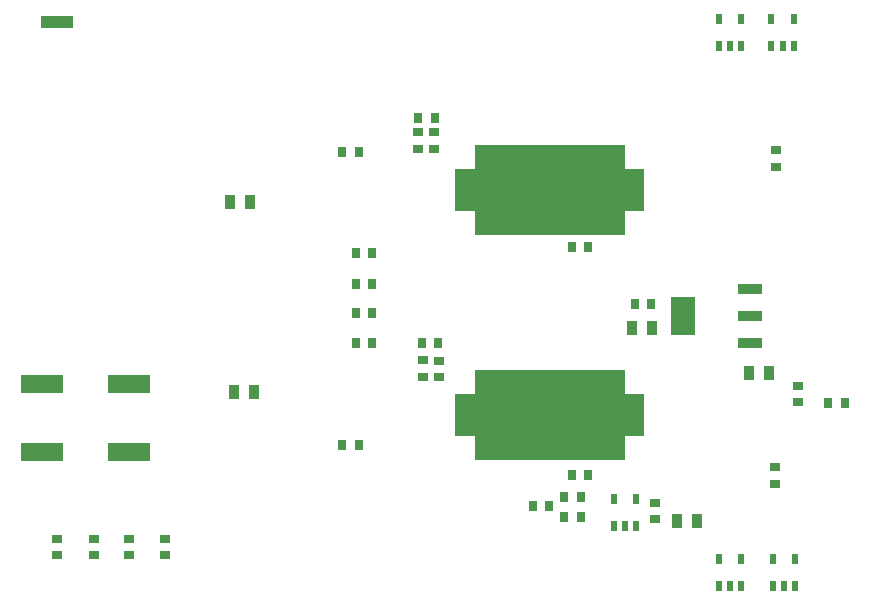
<source format=gbp>
%FSLAX25Y25*%
%MOIN*%
G70*
G01*
G75*
G04 Layer_Color=128*
%ADD10R,0.03150X0.03347*%
%ADD11R,0.02756X0.07087*%
%ADD12R,0.03937X0.03937*%
%ADD13R,0.05118X0.03347*%
%ADD14R,0.10500X0.04300*%
%ADD15R,0.03347X0.05118*%
%ADD16R,0.03150X0.11811*%
%ADD17R,0.10000X0.04400*%
%ADD18C,0.01200*%
%ADD19C,0.00600*%
%ADD20C,0.03000*%
%ADD21C,0.02500*%
%ADD22C,0.00700*%
%ADD23C,0.03200*%
%ADD24C,0.01600*%
%ADD25C,0.02800*%
%ADD26C,0.03500*%
%ADD27C,0.02000*%
%ADD28R,0.02953X0.02953*%
%ADD29R,0.06500X0.06500*%
%ADD30C,0.06500*%
%ADD31R,0.06500X0.06500*%
%ADD32C,0.12000*%
%ADD33C,0.05000*%
%ADD34C,0.04500*%
%ADD35C,0.02600*%
%ADD36C,0.02400*%
%ADD37C,0.04400*%
%ADD38C,0.03200*%
%ADD39C,0.03000*%
%ADD40R,0.13976X0.05906*%
%ADD41R,0.02362X0.03347*%
%ADD42R,0.03347X0.03150*%
%ADD43R,0.03543X0.04921*%
%ADD44R,0.08268X0.03543*%
%ADD45R,0.08268X0.12992*%
%ADD46C,0.01000*%
%ADD47C,0.00394*%
%ADD48C,0.01500*%
%ADD49C,0.00787*%
%ADD50C,0.00800*%
%ADD51C,0.00400*%
%ADD52R,0.03950X0.04147*%
%ADD53R,0.03556X0.07887*%
%ADD54R,0.04737X0.04737*%
%ADD55R,0.05918X0.04147*%
%ADD56R,0.11300X0.05100*%
%ADD57R,0.04147X0.05918*%
%ADD58R,0.03950X0.12611*%
%ADD59R,0.10800X0.05200*%
%ADD60R,0.03753X0.03753*%
%ADD61R,0.07300X0.07300*%
%ADD62C,0.07300*%
%ADD63R,0.07300X0.07300*%
%ADD64C,0.12800*%
%ADD65C,0.05800*%
%ADD66C,0.05300*%
%ADD67C,0.03400*%
%ADD68R,0.14776X0.06706*%
%ADD69R,0.03162X0.04147*%
%ADD70R,0.04147X0.03950*%
%ADD71R,0.04343X0.05721*%
%ADD72R,0.09068X0.04343*%
%ADD73R,0.09068X0.13792*%
G36*
X-90000Y-135500D02*
X-83799D01*
Y-149500D01*
X-90000D01*
Y-157500D01*
X-140000D01*
Y-149500D01*
X-146595D01*
Y-135500D01*
X-140000D01*
Y-127500D01*
X-90000D01*
Y-135500D01*
D02*
G37*
G36*
Y-60500D02*
X-83799D01*
Y-74500D01*
X-90000D01*
Y-82500D01*
X-140000D01*
Y-74500D01*
X-146595D01*
Y-60500D01*
X-140000D01*
Y-52500D01*
X-90000D01*
Y-60500D01*
D02*
G37*
D10*
X-178744Y-152500D02*
D03*
X-184256D02*
D03*
X-178744Y-55000D02*
D03*
X-184256D02*
D03*
X-107756Y-162500D02*
D03*
X-102244D02*
D03*
X-110256Y-170000D02*
D03*
X-104744D02*
D03*
X-120756Y-173000D02*
D03*
X-115244D02*
D03*
X-110256Y-176500D02*
D03*
X-104744D02*
D03*
X-86756Y-105500D02*
D03*
X-81244D02*
D03*
X-152244Y-118500D02*
D03*
X-157756D02*
D03*
X-153444Y-43500D02*
D03*
X-158956D02*
D03*
X-174244Y-99000D02*
D03*
X-179756D02*
D03*
X-174244Y-108500D02*
D03*
X-179756D02*
D03*
X-174244Y-118500D02*
D03*
X-179756D02*
D03*
X-102244Y-86500D02*
D03*
X-107756D02*
D03*
X-179756Y-88500D02*
D03*
X-174244D02*
D03*
X-22256Y-138500D02*
D03*
X-16744D02*
D03*
D12*
X-115000Y-142500D02*
D03*
Y-145256D02*
D03*
Y-139744D02*
D03*
X-106732D02*
D03*
Y-145256D02*
D03*
Y-142500D02*
D03*
X-115000Y-67500D02*
D03*
Y-70256D02*
D03*
Y-64744D02*
D03*
X-106732D02*
D03*
Y-70256D02*
D03*
Y-67500D02*
D03*
D14*
X-279500Y-11500D02*
D03*
D40*
X-284500Y-154917D02*
D03*
Y-132083D02*
D03*
X-255500Y-154917D02*
D03*
Y-132083D02*
D03*
D41*
X-33760Y-19429D02*
D03*
X-37500D02*
D03*
X-41240D02*
D03*
Y-10571D02*
D03*
X-33760D02*
D03*
X-51260Y-19429D02*
D03*
X-55000D02*
D03*
X-58740D02*
D03*
Y-10571D02*
D03*
X-51260D02*
D03*
X-86260Y-179429D02*
D03*
X-90000D02*
D03*
X-93740D02*
D03*
Y-170571D02*
D03*
X-86260D02*
D03*
X-51260Y-199429D02*
D03*
X-55000D02*
D03*
X-58740D02*
D03*
Y-190571D02*
D03*
X-51260D02*
D03*
X-33260Y-199429D02*
D03*
X-37000D02*
D03*
X-40740D02*
D03*
Y-190571D02*
D03*
X-33260D02*
D03*
D42*
X-80000Y-171744D02*
D03*
Y-177256D02*
D03*
X-152100Y-129956D02*
D03*
Y-124444D02*
D03*
X-279500Y-183744D02*
D03*
Y-189256D02*
D03*
X-267000Y-183744D02*
D03*
Y-189256D02*
D03*
X-255500Y-183744D02*
D03*
Y-189256D02*
D03*
X-243500Y-183744D02*
D03*
Y-189256D02*
D03*
X-153700Y-53756D02*
D03*
Y-48244D02*
D03*
X-157500Y-129756D02*
D03*
Y-124244D02*
D03*
X-40000Y-159944D02*
D03*
Y-165456D02*
D03*
X-159000Y-53756D02*
D03*
Y-48244D02*
D03*
X-39600Y-54244D02*
D03*
Y-59756D02*
D03*
X-32500Y-138256D02*
D03*
Y-132744D02*
D03*
D43*
X-72847Y-178000D02*
D03*
X-66154D02*
D03*
X-87846Y-113500D02*
D03*
X-81154D02*
D03*
X-220346Y-135000D02*
D03*
X-213653D02*
D03*
X-221847Y-71500D02*
D03*
X-215154D02*
D03*
X-42154Y-128500D02*
D03*
X-48847D02*
D03*
D44*
X-48280Y-100445D02*
D03*
Y-109500D02*
D03*
Y-118555D02*
D03*
D45*
X-70720Y-109500D02*
D03*
M02*

</source>
